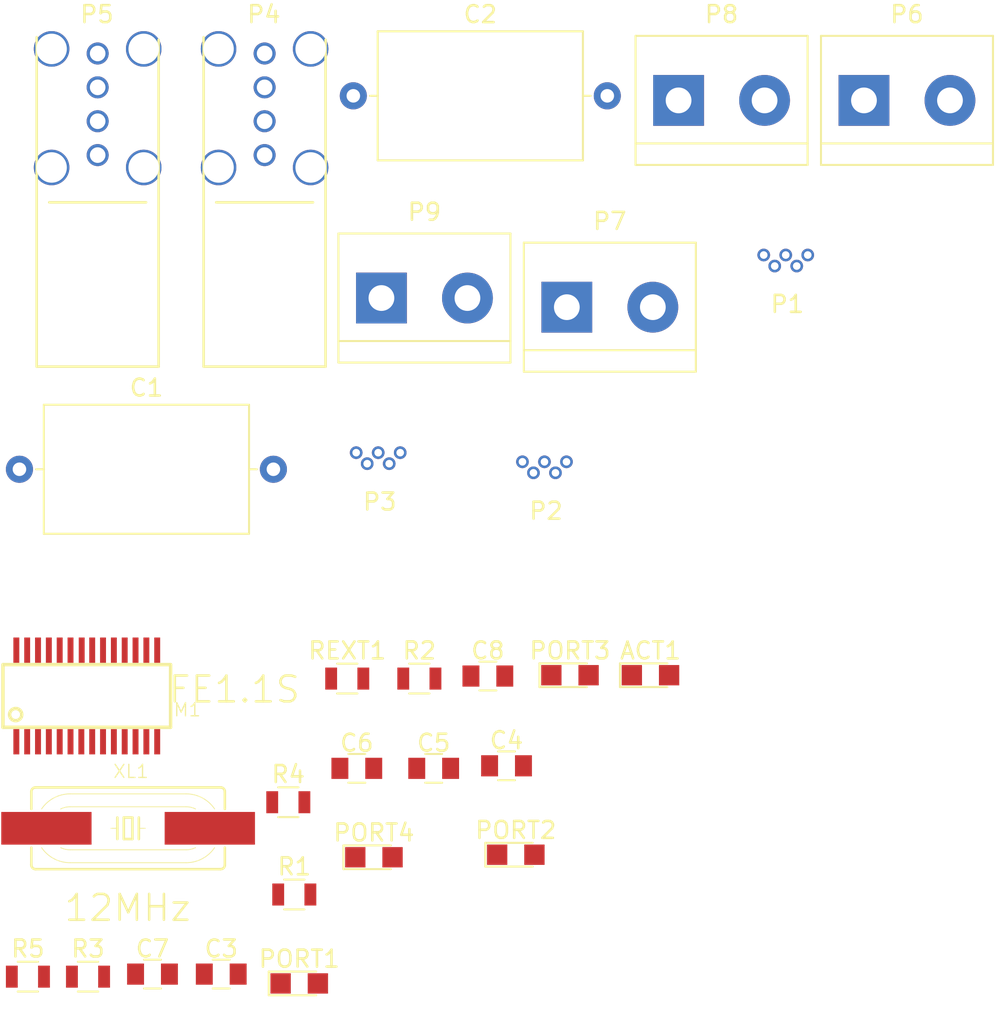
<source format=kicad_pcb>
(kicad_pcb (version 4) (host pcbnew 4.0.4-stable)

  (general
    (links 48)
    (no_connects 48)
    (area 0 0 0 0)
    (thickness 1.6)
    (drawings 0)
    (tracks 0)
    (zones 0)
    (modules 30)
    (nets 17)
  )

  (page A4)
  (layers
    (0 F.Cu signal)
    (31 B.Cu signal)
    (32 B.Adhes user)
    (33 F.Adhes user)
    (34 B.Paste user)
    (35 F.Paste user)
    (36 B.SilkS user)
    (37 F.SilkS user)
    (38 B.Mask user)
    (39 F.Mask user)
    (40 Dwgs.User user)
    (41 Cmts.User user)
    (42 Eco1.User user)
    (43 Eco2.User user)
    (44 Edge.Cuts user)
    (45 Margin user)
    (46 B.CrtYd user)
    (47 F.CrtYd user)
    (48 B.Fab user)
    (49 F.Fab user)
  )

  (setup
    (last_trace_width 0.25)
    (trace_clearance 0.2)
    (zone_clearance 0.508)
    (zone_45_only no)
    (trace_min 0.2)
    (segment_width 0.2)
    (edge_width 0.15)
    (via_size 0.6)
    (via_drill 0.4)
    (via_min_size 0.4)
    (via_min_drill 0.3)
    (uvia_size 0.3)
    (uvia_drill 0.1)
    (uvias_allowed no)
    (uvia_min_size 0.2)
    (uvia_min_drill 0.1)
    (pcb_text_width 0.3)
    (pcb_text_size 1.5 1.5)
    (mod_edge_width 0.15)
    (mod_text_size 1 1)
    (mod_text_width 0.15)
    (pad_size 1.524 1.524)
    (pad_drill 0.762)
    (pad_to_mask_clearance 0.2)
    (aux_axis_origin 0 0)
    (visible_elements FFFFFF7F)
    (pcbplotparams
      (layerselection 0x00030_80000001)
      (usegerberextensions false)
      (excludeedgelayer true)
      (linewidth 0.100000)
      (plotframeref false)
      (viasonmask false)
      (mode 1)
      (useauxorigin false)
      (hpglpennumber 1)
      (hpglpenspeed 20)
      (hpglpendiameter 15)
      (hpglpenoverlay 2)
      (psnegative false)
      (psa4output false)
      (plotreference true)
      (plotvalue true)
      (plotinvisibletext false)
      (padsonsilk false)
      (subtractmaskfromsilk false)
      (outputformat 1)
      (mirror false)
      (drillshape 1)
      (scaleselection 1)
      (outputdirectory ""))
  )

  (net 0 "")
  (net 1 "Net-(ACT1-Pad2)")
  (net 2 "Net-(ACT1-Pad1)")
  (net 3 +24V)
  (net 4 GND)
  (net 5 "Net-(C3-Pad1)")
  (net 6 GNDD)
  (net 7 +5V)
  (net 8 VDD)
  (net 9 "Net-(M1-Pad23)")
  (net 10 "Net-(M1-Pad24)")
  (net 11 "Net-(M1-Pad18)")
  (net 12 "Net-(M1-Pad3)")
  (net 13 "Net-(M1-Pad2)")
  (net 14 "Net-(M1-Pad14)")
  (net 15 "Net-(PORT1-Pad1)")
  (net 16 "Net-(PORT3-Pad1)")

  (net_class Default "This is the default net class."
    (clearance 0.2)
    (trace_width 0.25)
    (via_dia 0.6)
    (via_drill 0.4)
    (uvia_dia 0.3)
    (uvia_drill 0.1)
    (add_net +24V)
    (add_net +5V)
    (add_net GND)
    (add_net GNDD)
    (add_net "Net-(ACT1-Pad1)")
    (add_net "Net-(ACT1-Pad2)")
    (add_net "Net-(C3-Pad1)")
    (add_net "Net-(M1-Pad14)")
    (add_net "Net-(M1-Pad18)")
    (add_net "Net-(M1-Pad2)")
    (add_net "Net-(M1-Pad23)")
    (add_net "Net-(M1-Pad24)")
    (add_net "Net-(M1-Pad3)")
    (add_net "Net-(PORT1-Pad1)")
    (add_net "Net-(PORT3-Pad1)")
    (add_net VDD)
  )

  (module LEDs:LED_0805 (layer F.Cu) (tedit 57FE93EC) (tstamp 5907DA1D)
    (at 170.045001 118.245)
    (descr "LED 0805 smd package")
    (tags "LED led 0805 SMD smd SMT smt smdled SMDLED smtled SMTLED")
    (path /590D547A/57E6C5AF)
    (attr smd)
    (fp_text reference ACT1 (at 0 -1.45) (layer F.SilkS)
      (effects (font (size 1 1) (thickness 0.15)))
    )
    (fp_text value ~ (at 0 1.55) (layer F.Fab)
      (effects (font (size 1 1) (thickness 0.15)))
    )
    (fp_line (start -1.8 -0.7) (end -1.8 0.7) (layer F.SilkS) (width 0.12))
    (fp_line (start -0.4 -0.4) (end -0.4 0.4) (layer F.Fab) (width 0.1))
    (fp_line (start -0.4 0) (end 0.2 -0.4) (layer F.Fab) (width 0.1))
    (fp_line (start 0.2 0.4) (end -0.4 0) (layer F.Fab) (width 0.1))
    (fp_line (start 0.2 -0.4) (end 0.2 0.4) (layer F.Fab) (width 0.1))
    (fp_line (start 1 0.6) (end -1 0.6) (layer F.Fab) (width 0.1))
    (fp_line (start 1 -0.6) (end 1 0.6) (layer F.Fab) (width 0.1))
    (fp_line (start -1 -0.6) (end 1 -0.6) (layer F.Fab) (width 0.1))
    (fp_line (start -1 0.6) (end -1 -0.6) (layer F.Fab) (width 0.1))
    (fp_line (start -1.8 0.7) (end 1 0.7) (layer F.SilkS) (width 0.12))
    (fp_line (start -1.8 -0.7) (end 1 -0.7) (layer F.SilkS) (width 0.12))
    (fp_line (start 1.95 -0.85) (end 1.95 0.85) (layer F.CrtYd) (width 0.05))
    (fp_line (start 1.95 0.85) (end -1.95 0.85) (layer F.CrtYd) (width 0.05))
    (fp_line (start -1.95 0.85) (end -1.95 -0.85) (layer F.CrtYd) (width 0.05))
    (fp_line (start -1.95 -0.85) (end 1.95 -0.85) (layer F.CrtYd) (width 0.05))
    (pad 2 smd rect (at 1.1 0 180) (size 1.2 1.2) (layers F.Cu F.Paste F.Mask)
      (net 1 "Net-(ACT1-Pad2)"))
    (pad 1 smd rect (at -1.1 0 180) (size 1.2 1.2) (layers F.Cu F.Paste F.Mask)
      (net 2 "Net-(ACT1-Pad1)"))
    (model LEDs.3dshapes/LED_0805.wrl
      (at (xyz 0 0 0))
      (scale (xyz 1 1 1))
      (rotate (xyz 0 0 180))
    )
  )

  (module Capacitors_ThroughHole:C_Axial_L12.0mm_D7.5mm_P15.00mm_Horizontal (layer F.Cu) (tedit 58765D06) (tstamp 5907DA23)
    (at 132.775001 106.085)
    (descr "C, Axial series, Axial, Horizontal, pin pitch=15mm, , length*diameter=12*7.5mm^2, http://cdn-reichelt.de/documents/datenblatt/B300/STYROFLEX.pdf")
    (tags "C Axial series Axial Horizontal pin pitch 15mm  length 12mm diameter 7.5mm")
    (path /590E6D3F)
    (fp_text reference C1 (at 7.5 -4.81) (layer F.SilkS)
      (effects (font (size 1 1) (thickness 0.15)))
    )
    (fp_text value 2000u (at 7.5 4.81) (layer F.Fab)
      (effects (font (size 1 1) (thickness 0.15)))
    )
    (fp_line (start 1.5 -3.75) (end 1.5 3.75) (layer F.Fab) (width 0.1))
    (fp_line (start 1.5 3.75) (end 13.5 3.75) (layer F.Fab) (width 0.1))
    (fp_line (start 13.5 3.75) (end 13.5 -3.75) (layer F.Fab) (width 0.1))
    (fp_line (start 13.5 -3.75) (end 1.5 -3.75) (layer F.Fab) (width 0.1))
    (fp_line (start 0 0) (end 1.5 0) (layer F.Fab) (width 0.1))
    (fp_line (start 15 0) (end 13.5 0) (layer F.Fab) (width 0.1))
    (fp_line (start 1.44 -3.81) (end 1.44 3.81) (layer F.SilkS) (width 0.12))
    (fp_line (start 1.44 3.81) (end 13.56 3.81) (layer F.SilkS) (width 0.12))
    (fp_line (start 13.56 3.81) (end 13.56 -3.81) (layer F.SilkS) (width 0.12))
    (fp_line (start 13.56 -3.81) (end 1.44 -3.81) (layer F.SilkS) (width 0.12))
    (fp_line (start 0.98 0) (end 1.44 0) (layer F.SilkS) (width 0.12))
    (fp_line (start 14.02 0) (end 13.56 0) (layer F.SilkS) (width 0.12))
    (fp_line (start -1.05 -4.1) (end -1.05 4.1) (layer F.CrtYd) (width 0.05))
    (fp_line (start -1.05 4.1) (end 16.05 4.1) (layer F.CrtYd) (width 0.05))
    (fp_line (start 16.05 4.1) (end 16.05 -4.1) (layer F.CrtYd) (width 0.05))
    (fp_line (start 16.05 -4.1) (end -1.05 -4.1) (layer F.CrtYd) (width 0.05))
    (pad 1 thru_hole circle (at 0 0) (size 1.6 1.6) (drill 0.8) (layers *.Cu *.Mask)
      (net 3 +24V))
    (pad 2 thru_hole oval (at 15 0) (size 1.6 1.6) (drill 0.8) (layers *.Cu *.Mask)
      (net 4 GND))
    (model Capacitors_THT.3dshapes/C_Axial_L12.0mm_D7.5mm_P15.00mm_Horizontal.wrl
      (at (xyz 0 0 0))
      (scale (xyz 0.393701 0.393701 0.393701))
      (rotate (xyz 0 0 0))
    )
  )

  (module Capacitors_ThroughHole:C_Axial_L12.0mm_D7.5mm_P15.00mm_Horizontal (layer F.Cu) (tedit 58765D06) (tstamp 5907DA29)
    (at 152.495001 84.035)
    (descr "C, Axial series, Axial, Horizontal, pin pitch=15mm, , length*diameter=12*7.5mm^2, http://cdn-reichelt.de/documents/datenblatt/B300/STYROFLEX.pdf")
    (tags "C Axial series Axial Horizontal pin pitch 15mm  length 12mm diameter 7.5mm")
    (path /590E6DD4)
    (fp_text reference C2 (at 7.5 -4.81) (layer F.SilkS)
      (effects (font (size 1 1) (thickness 0.15)))
    )
    (fp_text value 2000u (at 7.5 4.81) (layer F.Fab)
      (effects (font (size 1 1) (thickness 0.15)))
    )
    (fp_line (start 1.5 -3.75) (end 1.5 3.75) (layer F.Fab) (width 0.1))
    (fp_line (start 1.5 3.75) (end 13.5 3.75) (layer F.Fab) (width 0.1))
    (fp_line (start 13.5 3.75) (end 13.5 -3.75) (layer F.Fab) (width 0.1))
    (fp_line (start 13.5 -3.75) (end 1.5 -3.75) (layer F.Fab) (width 0.1))
    (fp_line (start 0 0) (end 1.5 0) (layer F.Fab) (width 0.1))
    (fp_line (start 15 0) (end 13.5 0) (layer F.Fab) (width 0.1))
    (fp_line (start 1.44 -3.81) (end 1.44 3.81) (layer F.SilkS) (width 0.12))
    (fp_line (start 1.44 3.81) (end 13.56 3.81) (layer F.SilkS) (width 0.12))
    (fp_line (start 13.56 3.81) (end 13.56 -3.81) (layer F.SilkS) (width 0.12))
    (fp_line (start 13.56 -3.81) (end 1.44 -3.81) (layer F.SilkS) (width 0.12))
    (fp_line (start 0.98 0) (end 1.44 0) (layer F.SilkS) (width 0.12))
    (fp_line (start 14.02 0) (end 13.56 0) (layer F.SilkS) (width 0.12))
    (fp_line (start -1.05 -4.1) (end -1.05 4.1) (layer F.CrtYd) (width 0.05))
    (fp_line (start -1.05 4.1) (end 16.05 4.1) (layer F.CrtYd) (width 0.05))
    (fp_line (start 16.05 4.1) (end 16.05 -4.1) (layer F.CrtYd) (width 0.05))
    (fp_line (start 16.05 -4.1) (end -1.05 -4.1) (layer F.CrtYd) (width 0.05))
    (pad 1 thru_hole circle (at 0 0) (size 1.6 1.6) (drill 0.8) (layers *.Cu *.Mask)
      (net 3 +24V))
    (pad 2 thru_hole oval (at 15 0) (size 1.6 1.6) (drill 0.8) (layers *.Cu *.Mask)
      (net 4 GND))
    (model Capacitors_THT.3dshapes/C_Axial_L12.0mm_D7.5mm_P15.00mm_Horizontal.wrl
      (at (xyz 0 0 0))
      (scale (xyz 0.393701 0.393701 0.393701))
      (rotate (xyz 0 0 0))
    )
  )

  (module Capacitors_SMD:C_0805 (layer F.Cu) (tedit 58AA8463) (tstamp 5907DA2F)
    (at 144.693333 135.895)
    (descr "Capacitor SMD 0805, reflow soldering, AVX (see smccp.pdf)")
    (tags "capacitor 0805")
    (path /590D547A/57E6C8CF)
    (attr smd)
    (fp_text reference C3 (at 0 -1.5) (layer F.SilkS)
      (effects (font (size 1 1) (thickness 0.15)))
    )
    (fp_text value 10uF (at 0 1.75) (layer F.Fab)
      (effects (font (size 1 1) (thickness 0.15)))
    )
    (fp_text user %R (at 0 -1.5) (layer F.Fab)
      (effects (font (size 1 1) (thickness 0.15)))
    )
    (fp_line (start -1 0.62) (end -1 -0.62) (layer F.Fab) (width 0.1))
    (fp_line (start 1 0.62) (end -1 0.62) (layer F.Fab) (width 0.1))
    (fp_line (start 1 -0.62) (end 1 0.62) (layer F.Fab) (width 0.1))
    (fp_line (start -1 -0.62) (end 1 -0.62) (layer F.Fab) (width 0.1))
    (fp_line (start 0.5 -0.85) (end -0.5 -0.85) (layer F.SilkS) (width 0.12))
    (fp_line (start -0.5 0.85) (end 0.5 0.85) (layer F.SilkS) (width 0.12))
    (fp_line (start -1.75 -0.88) (end 1.75 -0.88) (layer F.CrtYd) (width 0.05))
    (fp_line (start -1.75 -0.88) (end -1.75 0.87) (layer F.CrtYd) (width 0.05))
    (fp_line (start 1.75 0.87) (end 1.75 -0.88) (layer F.CrtYd) (width 0.05))
    (fp_line (start 1.75 0.87) (end -1.75 0.87) (layer F.CrtYd) (width 0.05))
    (pad 1 smd rect (at -1 0) (size 1 1.25) (layers F.Cu F.Paste F.Mask)
      (net 5 "Net-(C3-Pad1)"))
    (pad 2 smd rect (at 1 0) (size 1 1.25) (layers F.Cu F.Paste F.Mask)
      (net 6 GNDD))
    (model Capacitors_SMD.3dshapes/C_0805.wrl
      (at (xyz 0 0 0))
      (scale (xyz 1 1 1))
      (rotate (xyz 0 0 0))
    )
  )

  (module Capacitors_SMD:C_0805 (layer F.Cu) (tedit 58AA8463) (tstamp 5907DA35)
    (at 161.543333 123.595)
    (descr "Capacitor SMD 0805, reflow soldering, AVX (see smccp.pdf)")
    (tags "capacitor 0805")
    (path /590D547A/57E6C997)
    (attr smd)
    (fp_text reference C4 (at 0 -1.5) (layer F.SilkS)
      (effects (font (size 1 1) (thickness 0.15)))
    )
    (fp_text value 10uF (at 0 1.75) (layer F.Fab)
      (effects (font (size 1 1) (thickness 0.15)))
    )
    (fp_text user %R (at 0 -1.5) (layer F.Fab)
      (effects (font (size 1 1) (thickness 0.15)))
    )
    (fp_line (start -1 0.62) (end -1 -0.62) (layer F.Fab) (width 0.1))
    (fp_line (start 1 0.62) (end -1 0.62) (layer F.Fab) (width 0.1))
    (fp_line (start 1 -0.62) (end 1 0.62) (layer F.Fab) (width 0.1))
    (fp_line (start -1 -0.62) (end 1 -0.62) (layer F.Fab) (width 0.1))
    (fp_line (start 0.5 -0.85) (end -0.5 -0.85) (layer F.SilkS) (width 0.12))
    (fp_line (start -0.5 0.85) (end 0.5 0.85) (layer F.SilkS) (width 0.12))
    (fp_line (start -1.75 -0.88) (end 1.75 -0.88) (layer F.CrtYd) (width 0.05))
    (fp_line (start -1.75 -0.88) (end -1.75 0.87) (layer F.CrtYd) (width 0.05))
    (fp_line (start 1.75 0.87) (end 1.75 -0.88) (layer F.CrtYd) (width 0.05))
    (fp_line (start 1.75 0.87) (end -1.75 0.87) (layer F.CrtYd) (width 0.05))
    (pad 1 smd rect (at -1 0) (size 1 1.25) (layers F.Cu F.Paste F.Mask)
      (net 7 +5V))
    (pad 2 smd rect (at 1 0) (size 1 1.25) (layers F.Cu F.Paste F.Mask)
      (net 6 GNDD))
    (model Capacitors_SMD.3dshapes/C_0805.wrl
      (at (xyz 0 0 0))
      (scale (xyz 1 1 1))
      (rotate (xyz 0 0 0))
    )
  )

  (module Capacitors_SMD:C_0805 (layer F.Cu) (tedit 58AA8463) (tstamp 5907DA3B)
    (at 157.241428 123.745)
    (descr "Capacitor SMD 0805, reflow soldering, AVX (see smccp.pdf)")
    (tags "capacitor 0805")
    (path /590D547A/57E6CA5F)
    (attr smd)
    (fp_text reference C5 (at 0 -1.5) (layer F.SilkS)
      (effects (font (size 1 1) (thickness 0.15)))
    )
    (fp_text value 0.1uF (at 0 1.75) (layer F.Fab)
      (effects (font (size 1 1) (thickness 0.15)))
    )
    (fp_text user %R (at 0 -1.5) (layer F.Fab)
      (effects (font (size 1 1) (thickness 0.15)))
    )
    (fp_line (start -1 0.62) (end -1 -0.62) (layer F.Fab) (width 0.1))
    (fp_line (start 1 0.62) (end -1 0.62) (layer F.Fab) (width 0.1))
    (fp_line (start 1 -0.62) (end 1 0.62) (layer F.Fab) (width 0.1))
    (fp_line (start -1 -0.62) (end 1 -0.62) (layer F.Fab) (width 0.1))
    (fp_line (start 0.5 -0.85) (end -0.5 -0.85) (layer F.SilkS) (width 0.12))
    (fp_line (start -0.5 0.85) (end 0.5 0.85) (layer F.SilkS) (width 0.12))
    (fp_line (start -1.75 -0.88) (end 1.75 -0.88) (layer F.CrtYd) (width 0.05))
    (fp_line (start -1.75 -0.88) (end -1.75 0.87) (layer F.CrtYd) (width 0.05))
    (fp_line (start 1.75 0.87) (end 1.75 -0.88) (layer F.CrtYd) (width 0.05))
    (fp_line (start 1.75 0.87) (end -1.75 0.87) (layer F.CrtYd) (width 0.05))
    (pad 1 smd rect (at -1 0) (size 1 1.25) (layers F.Cu F.Paste F.Mask)
      (net 7 +5V))
    (pad 2 smd rect (at 1 0) (size 1 1.25) (layers F.Cu F.Paste F.Mask)
      (net 6 GNDD))
    (model Capacitors_SMD.3dshapes/C_0805.wrl
      (at (xyz 0 0 0))
      (scale (xyz 1 1 1))
      (rotate (xyz 0 0 0))
    )
  )

  (module Capacitors_SMD:C_0805 (layer F.Cu) (tedit 58AA8463) (tstamp 5907DA41)
    (at 152.701428 123.745)
    (descr "Capacitor SMD 0805, reflow soldering, AVX (see smccp.pdf)")
    (tags "capacitor 0805")
    (path /590D547A/57E6C807)
    (attr smd)
    (fp_text reference C6 (at 0 -1.5) (layer F.SilkS)
      (effects (font (size 1 1) (thickness 0.15)))
    )
    (fp_text value 0.1uF (at 0 1.75) (layer F.Fab)
      (effects (font (size 1 1) (thickness 0.15)))
    )
    (fp_text user %R (at 0 -1.5) (layer F.Fab)
      (effects (font (size 1 1) (thickness 0.15)))
    )
    (fp_line (start -1 0.62) (end -1 -0.62) (layer F.Fab) (width 0.1))
    (fp_line (start 1 0.62) (end -1 0.62) (layer F.Fab) (width 0.1))
    (fp_line (start 1 -0.62) (end 1 0.62) (layer F.Fab) (width 0.1))
    (fp_line (start -1 -0.62) (end 1 -0.62) (layer F.Fab) (width 0.1))
    (fp_line (start 0.5 -0.85) (end -0.5 -0.85) (layer F.SilkS) (width 0.12))
    (fp_line (start -0.5 0.85) (end 0.5 0.85) (layer F.SilkS) (width 0.12))
    (fp_line (start -1.75 -0.88) (end 1.75 -0.88) (layer F.CrtYd) (width 0.05))
    (fp_line (start -1.75 -0.88) (end -1.75 0.87) (layer F.CrtYd) (width 0.05))
    (fp_line (start 1.75 0.87) (end 1.75 -0.88) (layer F.CrtYd) (width 0.05))
    (fp_line (start 1.75 0.87) (end -1.75 0.87) (layer F.CrtYd) (width 0.05))
    (pad 1 smd rect (at -1 0) (size 1 1.25) (layers F.Cu F.Paste F.Mask)
      (net 5 "Net-(C3-Pad1)"))
    (pad 2 smd rect (at 1 0) (size 1 1.25) (layers F.Cu F.Paste F.Mask)
      (net 6 GNDD))
    (model Capacitors_SMD.3dshapes/C_0805.wrl
      (at (xyz 0 0 0))
      (scale (xyz 1 1 1))
      (rotate (xyz 0 0 0))
    )
  )

  (module Capacitors_SMD:C_0805 (layer F.Cu) (tedit 58AA8463) (tstamp 5907DA47)
    (at 140.633333 135.895)
    (descr "Capacitor SMD 0805, reflow soldering, AVX (see smccp.pdf)")
    (tags "capacitor 0805")
    (path /590D547A/57E6C73F)
    (attr smd)
    (fp_text reference C7 (at 0 -1.5) (layer F.SilkS)
      (effects (font (size 1 1) (thickness 0.15)))
    )
    (fp_text value 10uF (at 0 1.75) (layer F.Fab)
      (effects (font (size 1 1) (thickness 0.15)))
    )
    (fp_text user %R (at 0 -1.5) (layer F.Fab)
      (effects (font (size 1 1) (thickness 0.15)))
    )
    (fp_line (start -1 0.62) (end -1 -0.62) (layer F.Fab) (width 0.1))
    (fp_line (start 1 0.62) (end -1 0.62) (layer F.Fab) (width 0.1))
    (fp_line (start 1 -0.62) (end 1 0.62) (layer F.Fab) (width 0.1))
    (fp_line (start -1 -0.62) (end 1 -0.62) (layer F.Fab) (width 0.1))
    (fp_line (start 0.5 -0.85) (end -0.5 -0.85) (layer F.SilkS) (width 0.12))
    (fp_line (start -0.5 0.85) (end 0.5 0.85) (layer F.SilkS) (width 0.12))
    (fp_line (start -1.75 -0.88) (end 1.75 -0.88) (layer F.CrtYd) (width 0.05))
    (fp_line (start -1.75 -0.88) (end -1.75 0.87) (layer F.CrtYd) (width 0.05))
    (fp_line (start 1.75 0.87) (end 1.75 -0.88) (layer F.CrtYd) (width 0.05))
    (fp_line (start 1.75 0.87) (end -1.75 0.87) (layer F.CrtYd) (width 0.05))
    (pad 1 smd rect (at -1 0) (size 1 1.25) (layers F.Cu F.Paste F.Mask)
      (net 8 VDD))
    (pad 2 smd rect (at 1 0) (size 1 1.25) (layers F.Cu F.Paste F.Mask)
      (net 6 GNDD))
    (model Capacitors_SMD.3dshapes/C_0805.wrl
      (at (xyz 0 0 0))
      (scale (xyz 1 1 1))
      (rotate (xyz 0 0 0))
    )
  )

  (module Capacitors_SMD:C_0805 (layer F.Cu) (tedit 58AA8463) (tstamp 5907DA4D)
    (at 160.441428 118.295)
    (descr "Capacitor SMD 0805, reflow soldering, AVX (see smccp.pdf)")
    (tags "capacitor 0805")
    (path /590D547A/57E6C677)
    (attr smd)
    (fp_text reference C8 (at 0 -1.5) (layer F.SilkS)
      (effects (font (size 1 1) (thickness 0.15)))
    )
    (fp_text value 0.1uF (at 0 1.75) (layer F.Fab)
      (effects (font (size 1 1) (thickness 0.15)))
    )
    (fp_text user %R (at 0 -1.5) (layer F.Fab)
      (effects (font (size 1 1) (thickness 0.15)))
    )
    (fp_line (start -1 0.62) (end -1 -0.62) (layer F.Fab) (width 0.1))
    (fp_line (start 1 0.62) (end -1 0.62) (layer F.Fab) (width 0.1))
    (fp_line (start 1 -0.62) (end 1 0.62) (layer F.Fab) (width 0.1))
    (fp_line (start -1 -0.62) (end 1 -0.62) (layer F.Fab) (width 0.1))
    (fp_line (start 0.5 -0.85) (end -0.5 -0.85) (layer F.SilkS) (width 0.12))
    (fp_line (start -0.5 0.85) (end 0.5 0.85) (layer F.SilkS) (width 0.12))
    (fp_line (start -1.75 -0.88) (end 1.75 -0.88) (layer F.CrtYd) (width 0.05))
    (fp_line (start -1.75 -0.88) (end -1.75 0.87) (layer F.CrtYd) (width 0.05))
    (fp_line (start 1.75 0.87) (end 1.75 -0.88) (layer F.CrtYd) (width 0.05))
    (fp_line (start 1.75 0.87) (end -1.75 0.87) (layer F.CrtYd) (width 0.05))
    (pad 1 smd rect (at -1 0) (size 1 1.25) (layers F.Cu F.Paste F.Mask)
      (net 8 VDD))
    (pad 2 smd rect (at 1 0) (size 1 1.25) (layers F.Cu F.Paste F.Mask)
      (net 6 GNDD))
    (model Capacitors_SMD.3dshapes/C_0805.wrl
      (at (xyz 0 0 0))
      (scale (xyz 1 1 1))
      (rotate (xyz 0 0 0))
    )
  )

  (module USST-footprints:FE1.1S_SSOP-28 (layer F.Cu) (tedit 5862D080) (tstamp 5907DA6D)
    (at 136.751601 119.47)
    (path /590D547A/5862FDC9)
    (fp_text reference M1 (at 5.08 1.27 180) (layer F.SilkS)
      (effects (font (size 0.77216 0.77216) (thickness 0.077216)) (justify left bottom))
    )
    (fp_text value FE1.1S (at 12.7 -1.27 180) (layer F.SilkS)
      (effects (font (thickness 0.15)) (justify right top))
    )
    (fp_line (start -4.93 -1.85) (end 4.95 -1.85) (layer F.SilkS) (width 0.2032))
    (fp_line (start -4.95 -1.85) (end -4.95 1.85) (layer F.SilkS) (width 0.2032))
    (fp_line (start -4.95 1.85) (end 4.95 1.85) (layer F.SilkS) (width 0.2032))
    (fp_line (start 4.95 1.85) (end 4.95 -1.85) (layer F.SilkS) (width 0.2032))
    (fp_circle (center -4.2 1.1) (end -3.839447 1.1) (layer F.SilkS) (width 0.2032))
    (fp_text user FE1.1s (at 0 0) (layer Dwgs.User)
      (effects (font (size 1.2065 1.2065) (thickness 0.127)))
    )
    (pad 21 smd rect (at 0.32 -2.7) (size 0.35 1.5) (layers F.Cu F.Paste F.Mask)
      (net 8 VDD))
    (pad 8 smd rect (at 0.32 2.7) (size 0.35 1.5) (layers F.Cu F.Paste F.Mask))
    (pad 22 smd rect (at -0.3 -2.7) (size 0.35 1.5) (layers F.Cu F.Paste F.Mask)
      (net 1 "Net-(ACT1-Pad2)"))
    (pad 7 smd rect (at -0.32 2.7) (size 0.35 1.5) (layers F.Cu F.Paste F.Mask))
    (pad 9 smd rect (at 0.96 2.7) (size 0.35 1.5) (layers F.Cu F.Paste F.Mask))
    (pad 20 smd rect (at 0.96 -2.7) (size 0.35 1.5) (layers F.Cu F.Paste F.Mask)
      (net 7 +5V))
    (pad 19 smd rect (at 1.6 -2.7) (size 0.35 1.5) (layers F.Cu F.Paste F.Mask)
      (net 8 VDD))
    (pad 10 smd rect (at 1.6 2.7) (size 0.35 1.5) (layers F.Cu F.Paste F.Mask))
    (pad 6 smd rect (at -0.96 2.7) (size 0.35 1.5) (layers F.Cu F.Paste F.Mask))
    (pad 5 smd rect (at -1.6 2.7) (size 0.35 1.5) (layers F.Cu F.Paste F.Mask))
    (pad 23 smd rect (at -0.96 -2.7) (size 0.35 1.5) (layers F.Cu F.Paste F.Mask)
      (net 9 "Net-(M1-Pad23)"))
    (pad 24 smd rect (at -1.6 -2.7) (size 0.35 1.5) (layers F.Cu F.Paste F.Mask)
      (net 10 "Net-(M1-Pad24)"))
    (pad 18 smd rect (at 2.24 -2.7) (size 0.35 1.5) (layers F.Cu F.Paste F.Mask)
      (net 11 "Net-(M1-Pad18)"))
    (pad 25 smd rect (at -2.24 -2.7) (size 0.35 1.5) (layers F.Cu F.Paste F.Mask))
    (pad 4 smd rect (at -2.24 2.7) (size 0.35 1.5) (layers F.Cu F.Paste F.Mask))
    (pad 11 smd rect (at 2.24 2.7) (size 0.35 1.5) (layers F.Cu F.Paste F.Mask))
    (pad 17 smd rect (at 2.88 -2.7) (size 0.35 1.5) (layers F.Cu F.Paste F.Mask)
      (net 8 VDD))
    (pad 12 smd rect (at 2.88 2.7) (size 0.35 1.5) (layers F.Cu F.Paste F.Mask)
      (net 5 "Net-(C3-Pad1)"))
    (pad 3 smd rect (at -2.88 2.7) (size 0.35 1.5) (layers F.Cu F.Paste F.Mask)
      (net 12 "Net-(M1-Pad3)"))
    (pad 26 smd rect (at -2.88 -2.7) (size 0.35 1.5) (layers F.Cu F.Paste F.Mask)
      (net 8 VDD))
    (pad 27 smd rect (at -3.52 -2.7) (size 0.35 1.5) (layers F.Cu F.Paste F.Mask))
    (pad 2 smd rect (at -3.52 2.7) (size 0.35 1.5) (layers F.Cu F.Paste F.Mask)
      (net 13 "Net-(M1-Pad2)"))
    (pad 13 smd rect (at 3.52 2.7) (size 0.35 1.5) (layers F.Cu F.Paste F.Mask)
      (net 8 VDD))
    (pad 16 smd rect (at 3.52 -2.7) (size 0.35 1.5) (layers F.Cu F.Paste F.Mask))
    (pad 15 smd rect (at 4.16 -2.7) (size 0.35 1.5) (layers F.Cu F.Paste F.Mask))
    (pad 14 smd rect (at 4.16 2.7) (size 0.35 1.5) (layers F.Cu F.Paste F.Mask)
      (net 14 "Net-(M1-Pad14)"))
    (pad 1 smd rect (at -4.16 2.7) (size 0.35 1.5) (layers F.Cu F.Paste F.Mask)
      (net 6 GNDD))
    (pad 28 smd rect (at -4.16 -2.7) (size 0.35 1.5) (layers F.Cu F.Paste F.Mask)
      (net 5 "Net-(C3-Pad1)"))
  )

  (module USST-footprints:USB3150_Micro_Vertical (layer F.Cu) (tedit 5907D8E1) (tstamp 5907DA82)
    (at 178.034286 93.435)
    (path /590EEC91)
    (fp_text reference P1 (at 0.095 2.9) (layer F.SilkS)
      (effects (font (size 1 1) (thickness 0.15)))
    )
    (fp_text value USB_OTG_M1 (at 0 -2) (layer F.Fab)
      (effects (font (size 1 1) (thickness 0.15)))
    )
    (fp_line (start -3.605 1.8) (end -3.605 -1.1) (layer F.Fab) (width 0.15))
    (fp_line (start 3.595 1.8) (end -3.605 1.8) (layer F.Fab) (width 0.15))
    (fp_line (start 3.595 -1.1) (end 3.595 1.8) (layer F.Fab) (width 0.15))
    (fp_line (start -3.605 -1.1) (end 3.595 -1.1) (layer F.Fab) (width 0.15))
    (pad D+ thru_hole circle (at 0 0) (size 0.75 0.75) (drill 0.45) (layers *.Cu *.Mask))
    (pad D- thru_hole circle (at -0.65 0.65) (size 0.75 0.75) (drill 0.45) (layers *.Cu *.Mask))
    (pad VCC thru_hole circle (at -1.3 0) (size 0.75 0.75) (drill 0.45) (layers *.Cu *.Mask))
    (pad ID thru_hole circle (at 0.65 0.65) (size 0.75 0.75) (drill 0.45) (layers *.Cu *.Mask))
    (pad GND thru_hole circle (at 1.3 0) (size 0.75 0.75) (drill 0.45) (layers *.Cu *.Mask))
    (pad "" np_thru_hole circle (at 2.8 -0.42) (size 0.8 0.8) (drill 0.8) (layers *.Cu *.Mask))
    (pad "" np_thru_hole circle (at -2.8 -0.42) (size 0.8 0.8) (drill 0.8) (layers *.Cu *.Mask))
    (pad "" np_thru_hole circle (at -1.5 1.58) (size 0.55 0.55) (drill 0.55) (layers *.Cu *.Mask))
    (pad "" np_thru_hole circle (at 1.5 1.58) (size 0.55 0.55) (drill 0.55) (layers *.Cu *.Mask))
    (pad "" np_thru_hole circle (at 1.5 -0.92) (size 0.55 0.55) (drill 0.55) (layers *.Cu *.Mask))
    (pad "" np_thru_hole circle (at -1.5 -0.92) (size 0.55 0.55) (drill 0.55) (layers *.Cu *.Mask))
    (pad "" np_thru_hole circle (at -3.325 0.62) (size 0.7 0.7) (drill 0.7) (layers *.Cu *.Mask))
    (pad "" np_thru_hole circle (at 3.325 0.62) (size 0.7 0.7) (drill 0.7) (layers *.Cu *.Mask))
  )

  (module USST-footprints:USB3150_Micro_Vertical (layer F.Cu) (tedit 5907D8E1) (tstamp 5907DA97)
    (at 163.784286 105.645)
    (path /590D907B)
    (fp_text reference P2 (at 0.095 2.9) (layer F.SilkS)
      (effects (font (size 1 1) (thickness 0.15)))
    )
    (fp_text value USB_OTG_M2 (at 0 -2) (layer F.Fab)
      (effects (font (size 1 1) (thickness 0.15)))
    )
    (fp_line (start -3.605 1.8) (end -3.605 -1.1) (layer F.Fab) (width 0.15))
    (fp_line (start 3.595 1.8) (end -3.605 1.8) (layer F.Fab) (width 0.15))
    (fp_line (start 3.595 -1.1) (end 3.595 1.8) (layer F.Fab) (width 0.15))
    (fp_line (start -3.605 -1.1) (end 3.595 -1.1) (layer F.Fab) (width 0.15))
    (pad D+ thru_hole circle (at 0 0) (size 0.75 0.75) (drill 0.45) (layers *.Cu *.Mask))
    (pad D- thru_hole circle (at -0.65 0.65) (size 0.75 0.75) (drill 0.45) (layers *.Cu *.Mask))
    (pad VCC thru_hole circle (at -1.3 0) (size 0.75 0.75) (drill 0.45) (layers *.Cu *.Mask))
    (pad ID thru_hole circle (at 0.65 0.65) (size 0.75 0.75) (drill 0.45) (layers *.Cu *.Mask))
    (pad GND thru_hole circle (at 1.3 0) (size 0.75 0.75) (drill 0.45) (layers *.Cu *.Mask))
    (pad "" np_thru_hole circle (at 2.8 -0.42) (size 0.8 0.8) (drill 0.8) (layers *.Cu *.Mask))
    (pad "" np_thru_hole circle (at -2.8 -0.42) (size 0.8 0.8) (drill 0.8) (layers *.Cu *.Mask))
    (pad "" np_thru_hole circle (at -1.5 1.58) (size 0.55 0.55) (drill 0.55) (layers *.Cu *.Mask))
    (pad "" np_thru_hole circle (at 1.5 1.58) (size 0.55 0.55) (drill 0.55) (layers *.Cu *.Mask))
    (pad "" np_thru_hole circle (at 1.5 -0.92) (size 0.55 0.55) (drill 0.55) (layers *.Cu *.Mask))
    (pad "" np_thru_hole circle (at -1.5 -0.92) (size 0.55 0.55) (drill 0.55) (layers *.Cu *.Mask))
    (pad "" np_thru_hole circle (at -3.325 0.62) (size 0.7 0.7) (drill 0.7) (layers *.Cu *.Mask))
    (pad "" np_thru_hole circle (at 3.325 0.62) (size 0.7 0.7) (drill 0.7) (layers *.Cu *.Mask))
  )

  (module USST-footprints:USB3150_Micro_Vertical (layer F.Cu) (tedit 5907D8E1) (tstamp 5907DAAC)
    (at 153.964286 105.105)
    (path /590D9177)
    (fp_text reference P3 (at 0.095 2.9) (layer F.SilkS)
      (effects (font (size 1 1) (thickness 0.15)))
    )
    (fp_text value USB_OTG_M3 (at 0 -2) (layer F.Fab)
      (effects (font (size 1 1) (thickness 0.15)))
    )
    (fp_line (start -3.605 1.8) (end -3.605 -1.1) (layer F.Fab) (width 0.15))
    (fp_line (start 3.595 1.8) (end -3.605 1.8) (layer F.Fab) (width 0.15))
    (fp_line (start 3.595 -1.1) (end 3.595 1.8) (layer F.Fab) (width 0.15))
    (fp_line (start -3.605 -1.1) (end 3.595 -1.1) (layer F.Fab) (width 0.15))
    (pad D+ thru_hole circle (at 0 0) (size 0.75 0.75) (drill 0.45) (layers *.Cu *.Mask))
    (pad D- thru_hole circle (at -0.65 0.65) (size 0.75 0.75) (drill 0.45) (layers *.Cu *.Mask))
    (pad VCC thru_hole circle (at -1.3 0) (size 0.75 0.75) (drill 0.45) (layers *.Cu *.Mask))
    (pad ID thru_hole circle (at 0.65 0.65) (size 0.75 0.75) (drill 0.45) (layers *.Cu *.Mask))
    (pad GND thru_hole circle (at 1.3 0) (size 0.75 0.75) (drill 0.45) (layers *.Cu *.Mask))
    (pad "" np_thru_hole circle (at 2.8 -0.42) (size 0.8 0.8) (drill 0.8) (layers *.Cu *.Mask))
    (pad "" np_thru_hole circle (at -2.8 -0.42) (size 0.8 0.8) (drill 0.8) (layers *.Cu *.Mask))
    (pad "" np_thru_hole circle (at -1.5 1.58) (size 0.55 0.55) (drill 0.55) (layers *.Cu *.Mask))
    (pad "" np_thru_hole circle (at 1.5 1.58) (size 0.55 0.55) (drill 0.55) (layers *.Cu *.Mask))
    (pad "" np_thru_hole circle (at 1.5 -0.92) (size 0.55 0.55) (drill 0.55) (layers *.Cu *.Mask))
    (pad "" np_thru_hole circle (at -1.5 -0.92) (size 0.55 0.55) (drill 0.55) (layers *.Cu *.Mask))
    (pad "" np_thru_hole circle (at -3.325 0.62) (size 0.7 0.7) (drill 0.7) (layers *.Cu *.Mask))
    (pad "" np_thru_hole circle (at 3.325 0.62) (size 0.7 0.7) (drill 0.7) (layers *.Cu *.Mask))
  )

  (module USST-footprints:USB-A-UPRIGHT (layer F.Cu) (tedit 58EEC82A) (tstamp 5907DAB8)
    (at 147.255 84.535)
    (path /590D7E3A)
    (fp_text reference P4 (at -0.04 -5.31) (layer F.SilkS)
      (effects (font (size 1 1) (thickness 0.15)))
    )
    (fp_text value USB_DS (at -4.92 5.21 90) (layer F.Fab)
      (effects (font (size 1 1) (thickness 0.15)))
    )
    (fp_line (start -3.6 15.49) (end -3.6 -3.96) (layer F.SilkS) (width 0.15))
    (fp_line (start 2.86 5.79) (end -2.86 5.79) (layer F.SilkS) (width 0.15))
    (fp_line (start 3.6 15.49) (end 3.6 -3.81) (layer F.SilkS) (width 0.15))
    (fp_line (start 3.6 15.49) (end -3.6 15.49) (layer F.SilkS) (width 0.15))
    (pad VBUS thru_hole circle (at 0 -3) (size 1.3 1.3) (drill 0.92) (layers *.Cu *.Mask))
    (pad D- thru_hole circle (at 0 -1) (size 1.3 1.3) (drill 0.92) (layers *.Cu *.Mask))
    (pad D+ thru_hole circle (at 0 1) (size 1.3 1.3) (drill 0.92) (layers *.Cu *.Mask))
    (pad GND thru_hole circle (at 0 3) (size 1.3 1.3) (drill 0.92) (layers *.Cu *.Mask))
    (pad GND thru_hole circle (at -2.72 3.73) (size 2.1 2.1) (drill 1.8) (layers *.Cu *.Mask))
    (pad GND thru_hole circle (at -2.72 -3.27) (size 2.1 2.1) (drill 1.8) (layers *.Cu *.Mask))
    (pad GND thru_hole circle (at 2.72 -3.27) (size 2.1 2.1) (drill 1.8) (layers *.Cu *.Mask))
    (pad GND thru_hole circle (at 2.72 3.73) (size 2.1 2.1) (drill 1.8) (layers *.Cu *.Mask))
  )

  (module USST-footprints:USB-A-UPRIGHT (layer F.Cu) (tedit 58EEC82A) (tstamp 5907DAC4)
    (at 137.395 84.535)
    (path /590D8361)
    (fp_text reference P5 (at -0.04 -5.31) (layer F.SilkS)
      (effects (font (size 1 1) (thickness 0.15)))
    )
    (fp_text value USB_OTG_UP (at -4.92 5.21 90) (layer F.Fab)
      (effects (font (size 1 1) (thickness 0.15)))
    )
    (fp_line (start -3.6 15.49) (end -3.6 -3.96) (layer F.SilkS) (width 0.15))
    (fp_line (start 2.86 5.79) (end -2.86 5.79) (layer F.SilkS) (width 0.15))
    (fp_line (start 3.6 15.49) (end 3.6 -3.81) (layer F.SilkS) (width 0.15))
    (fp_line (start 3.6 15.49) (end -3.6 15.49) (layer F.SilkS) (width 0.15))
    (pad VBUS thru_hole circle (at 0 -3) (size 1.3 1.3) (drill 0.92) (layers *.Cu *.Mask))
    (pad D- thru_hole circle (at 0 -1) (size 1.3 1.3) (drill 0.92) (layers *.Cu *.Mask))
    (pad D+ thru_hole circle (at 0 1) (size 1.3 1.3) (drill 0.92) (layers *.Cu *.Mask))
    (pad GND thru_hole circle (at 0 3) (size 1.3 1.3) (drill 0.92) (layers *.Cu *.Mask))
    (pad GND thru_hole circle (at -2.72 3.73) (size 2.1 2.1) (drill 1.8) (layers *.Cu *.Mask))
    (pad GND thru_hole circle (at -2.72 -3.27) (size 2.1 2.1) (drill 1.8) (layers *.Cu *.Mask))
    (pad GND thru_hole circle (at 2.72 -3.27) (size 2.1 2.1) (drill 1.8) (layers *.Cu *.Mask))
    (pad GND thru_hole circle (at 2.72 3.73) (size 2.1 2.1) (drill 1.8) (layers *.Cu *.Mask))
  )

  (module Connect:bornier2 (layer F.Cu) (tedit 587FD522) (tstamp 5907DACA)
    (at 182.655001 84.305)
    (descr "Bornier d'alimentation 2 pins")
    (tags DEV)
    (path /590E0EC7)
    (fp_text reference P6 (at 2.54 -5.08) (layer F.SilkS)
      (effects (font (size 1 1) (thickness 0.15)))
    )
    (fp_text value POWER_IN (at 2.54 5.08) (layer F.Fab)
      (effects (font (size 1 1) (thickness 0.15)))
    )
    (fp_line (start -2.41 2.55) (end 7.49 2.55) (layer F.Fab) (width 0.1))
    (fp_line (start -2.46 -3.75) (end -2.46 3.75) (layer F.Fab) (width 0.1))
    (fp_line (start -2.46 3.75) (end 7.54 3.75) (layer F.Fab) (width 0.1))
    (fp_line (start 7.54 3.75) (end 7.54 -3.75) (layer F.Fab) (width 0.1))
    (fp_line (start 7.54 -3.75) (end -2.46 -3.75) (layer F.Fab) (width 0.1))
    (fp_line (start 7.62 2.54) (end -2.54 2.54) (layer F.SilkS) (width 0.12))
    (fp_line (start 7.62 3.81) (end 7.62 -3.81) (layer F.SilkS) (width 0.12))
    (fp_line (start 7.62 -3.81) (end -2.54 -3.81) (layer F.SilkS) (width 0.12))
    (fp_line (start -2.54 -3.81) (end -2.54 3.81) (layer F.SilkS) (width 0.12))
    (fp_line (start -2.54 3.81) (end 7.62 3.81) (layer F.SilkS) (width 0.12))
    (fp_line (start -2.71 -4) (end 7.79 -4) (layer F.CrtYd) (width 0.05))
    (fp_line (start -2.71 -4) (end -2.71 4) (layer F.CrtYd) (width 0.05))
    (fp_line (start 7.79 4) (end 7.79 -4) (layer F.CrtYd) (width 0.05))
    (fp_line (start 7.79 4) (end -2.71 4) (layer F.CrtYd) (width 0.05))
    (pad 1 thru_hole rect (at 0 0) (size 3 3) (drill 1.52) (layers *.Cu *.Mask)
      (net 3 +24V))
    (pad 2 thru_hole circle (at 5.08 0) (size 3 3) (drill 1.52) (layers *.Cu *.Mask)
      (net 4 GND))
    (model Connectors.3dshapes/bornier2.wrl
      (at (xyz 0 0 0))
      (scale (xyz 1 1 1))
      (rotate (xyz 0 0 0))
    )
  )

  (module Connect:bornier2 (layer F.Cu) (tedit 587FD522) (tstamp 5907DAD0)
    (at 165.105001 96.515)
    (descr "Bornier d'alimentation 2 pins")
    (tags DEV)
    (path /590E149F)
    (fp_text reference P7 (at 2.54 -5.08) (layer F.SilkS)
      (effects (font (size 1 1) (thickness 0.15)))
    )
    (fp_text value M1 (at 2.54 5.08) (layer F.Fab)
      (effects (font (size 1 1) (thickness 0.15)))
    )
    (fp_line (start -2.41 2.55) (end 7.49 2.55) (layer F.Fab) (width 0.1))
    (fp_line (start -2.46 -3.75) (end -2.46 3.75) (layer F.Fab) (width 0.1))
    (fp_line (start -2.46 3.75) (end 7.54 3.75) (layer F.Fab) (width 0.1))
    (fp_line (start 7.54 3.75) (end 7.54 -3.75) (layer F.Fab) (width 0.1))
    (fp_line (start 7.54 -3.75) (end -2.46 -3.75) (layer F.Fab) (width 0.1))
    (fp_line (start 7.62 2.54) (end -2.54 2.54) (layer F.SilkS) (width 0.12))
    (fp_line (start 7.62 3.81) (end 7.62 -3.81) (layer F.SilkS) (width 0.12))
    (fp_line (start 7.62 -3.81) (end -2.54 -3.81) (layer F.SilkS) (width 0.12))
    (fp_line (start -2.54 -3.81) (end -2.54 3.81) (layer F.SilkS) (width 0.12))
    (fp_line (start -2.54 3.81) (end 7.62 3.81) (layer F.SilkS) (width 0.12))
    (fp_line (start -2.71 -4) (end 7.79 -4) (layer F.CrtYd) (width 0.05))
    (fp_line (start -2.71 -4) (end -2.71 4) (layer F.CrtYd) (width 0.05))
    (fp_line (start 7.79 4) (end 7.79 -4) (layer F.CrtYd) (width 0.05))
    (fp_line (start 7.79 4) (end -2.71 4) (layer F.CrtYd) (width 0.05))
    (pad 1 thru_hole rect (at 0 0) (size 3 3) (drill 1.52) (layers *.Cu *.Mask)
      (net 3 +24V))
    (pad 2 thru_hole circle (at 5.08 0) (size 3 3) (drill 1.52) (layers *.Cu *.Mask)
      (net 4 GND))
    (model Connectors.3dshapes/bornier2.wrl
      (at (xyz 0 0 0))
      (scale (xyz 1 1 1))
      (rotate (xyz 0 0 0))
    )
  )

  (module Connect:bornier2 (layer F.Cu) (tedit 587FD522) (tstamp 5907DAD6)
    (at 171.705001 84.305)
    (descr "Bornier d'alimentation 2 pins")
    (tags DEV)
    (path /590E1522)
    (fp_text reference P8 (at 2.54 -5.08) (layer F.SilkS)
      (effects (font (size 1 1) (thickness 0.15)))
    )
    (fp_text value M2 (at 2.54 5.08) (layer F.Fab)
      (effects (font (size 1 1) (thickness 0.15)))
    )
    (fp_line (start -2.41 2.55) (end 7.49 2.55) (layer F.Fab) (width 0.1))
    (fp_line (start -2.46 -3.75) (end -2.46 3.75) (layer F.Fab) (width 0.1))
    (fp_line (start -2.46 3.75) (end 7.54 3.75) (layer F.Fab) (width 0.1))
    (fp_line (start 7.54 3.75) (end 7.54 -3.75) (layer F.Fab) (width 0.1))
    (fp_line (start 7.54 -3.75) (end -2.46 -3.75) (layer F.Fab) (width 0.1))
    (fp_line (start 7.62 2.54) (end -2.54 2.54) (layer F.SilkS) (width 0.12))
    (fp_line (start 7.62 3.81) (end 7.62 -3.81) (layer F.SilkS) (width 0.12))
    (fp_line (start 7.62 -3.81) (end -2.54 -3.81) (layer F.SilkS) (width 0.12))
    (fp_line (start -2.54 -3.81) (end -2.54 3.81) (layer F.SilkS) (width 0.12))
    (fp_line (start -2.54 3.81) (end 7.62 3.81) (layer F.SilkS) (width 0.12))
    (fp_line (start -2.71 -4) (end 7.79 -4) (layer F.CrtYd) (width 0.05))
    (fp_line (start -2.71 -4) (end -2.71 4) (layer F.CrtYd) (width 0.05))
    (fp_line (start 7.79 4) (end 7.79 -4) (layer F.CrtYd) (width 0.05))
    (fp_line (start 7.79 4) (end -2.71 4) (layer F.CrtYd) (width 0.05))
    (pad 1 thru_hole rect (at 0 0) (size 3 3) (drill 1.52) (layers *.Cu *.Mask)
      (net 3 +24V))
    (pad 2 thru_hole circle (at 5.08 0) (size 3 3) (drill 1.52) (layers *.Cu *.Mask)
      (net 4 GND))
    (model Connectors.3dshapes/bornier2.wrl
      (at (xyz 0 0 0))
      (scale (xyz 1 1 1))
      (rotate (xyz 0 0 0))
    )
  )

  (module Connect:bornier2 (layer F.Cu) (tedit 587FD522) (tstamp 5907DADC)
    (at 154.155001 95.975)
    (descr "Bornier d'alimentation 2 pins")
    (tags DEV)
    (path /590E15A2)
    (fp_text reference P9 (at 2.54 -5.08) (layer F.SilkS)
      (effects (font (size 1 1) (thickness 0.15)))
    )
    (fp_text value M3 (at 2.54 5.08) (layer F.Fab)
      (effects (font (size 1 1) (thickness 0.15)))
    )
    (fp_line (start -2.41 2.55) (end 7.49 2.55) (layer F.Fab) (width 0.1))
    (fp_line (start -2.46 -3.75) (end -2.46 3.75) (layer F.Fab) (width 0.1))
    (fp_line (start -2.46 3.75) (end 7.54 3.75) (layer F.Fab) (width 0.1))
    (fp_line (start 7.54 3.75) (end 7.54 -3.75) (layer F.Fab) (width 0.1))
    (fp_line (start 7.54 -3.75) (end -2.46 -3.75) (layer F.Fab) (width 0.1))
    (fp_line (start 7.62 2.54) (end -2.54 2.54) (layer F.SilkS) (width 0.12))
    (fp_line (start 7.62 3.81) (end 7.62 -3.81) (layer F.SilkS) (width 0.12))
    (fp_line (start 7.62 -3.81) (end -2.54 -3.81) (layer F.SilkS) (width 0.12))
    (fp_line (start -2.54 -3.81) (end -2.54 3.81) (layer F.SilkS) (width 0.12))
    (fp_line (start -2.54 3.81) (end 7.62 3.81) (layer F.SilkS) (width 0.12))
    (fp_line (start -2.71 -4) (end 7.79 -4) (layer F.CrtYd) (width 0.05))
    (fp_line (start -2.71 -4) (end -2.71 4) (layer F.CrtYd) (width 0.05))
    (fp_line (start 7.79 4) (end 7.79 -4) (layer F.CrtYd) (width 0.05))
    (fp_line (start 7.79 4) (end -2.71 4) (layer F.CrtYd) (width 0.05))
    (pad 1 thru_hole rect (at 0 0) (size 3 3) (drill 1.52) (layers *.Cu *.Mask)
      (net 3 +24V))
    (pad 2 thru_hole circle (at 5.08 0) (size 3 3) (drill 1.52) (layers *.Cu *.Mask)
      (net 4 GND))
    (model Connectors.3dshapes/bornier2.wrl
      (at (xyz 0 0 0))
      (scale (xyz 1 1 1))
      (rotate (xyz 0 0 0))
    )
  )

  (module LEDs:LED_0805 (layer F.Cu) (tedit 57FE93EC) (tstamp 5907DAE2)
    (at 149.300952 136.445)
    (descr "LED 0805 smd package")
    (tags "LED led 0805 SMD smd SMT smt smdled SMDLED smtled SMTLED")
    (path /590D547A/57E6CFD7)
    (attr smd)
    (fp_text reference PORT1 (at 0 -1.45) (layer F.SilkS)
      (effects (font (size 1 1) (thickness 0.15)))
    )
    (fp_text value ~ (at 0 1.55) (layer F.Fab)
      (effects (font (size 1 1) (thickness 0.15)))
    )
    (fp_line (start -1.8 -0.7) (end -1.8 0.7) (layer F.SilkS) (width 0.12))
    (fp_line (start -0.4 -0.4) (end -0.4 0.4) (layer F.Fab) (width 0.1))
    (fp_line (start -0.4 0) (end 0.2 -0.4) (layer F.Fab) (width 0.1))
    (fp_line (start 0.2 0.4) (end -0.4 0) (layer F.Fab) (width 0.1))
    (fp_line (start 0.2 -0.4) (end 0.2 0.4) (layer F.Fab) (width 0.1))
    (fp_line (start 1 0.6) (end -1 0.6) (layer F.Fab) (width 0.1))
    (fp_line (start 1 -0.6) (end 1 0.6) (layer F.Fab) (width 0.1))
    (fp_line (start -1 -0.6) (end 1 -0.6) (layer F.Fab) (width 0.1))
    (fp_line (start -1 0.6) (end -1 -0.6) (layer F.Fab) (width 0.1))
    (fp_line (start -1.8 0.7) (end 1 0.7) (layer F.SilkS) (width 0.12))
    (fp_line (start -1.8 -0.7) (end 1 -0.7) (layer F.SilkS) (width 0.12))
    (fp_line (start 1.95 -0.85) (end 1.95 0.85) (layer F.CrtYd) (width 0.05))
    (fp_line (start 1.95 0.85) (end -1.95 0.85) (layer F.CrtYd) (width 0.05))
    (fp_line (start -1.95 0.85) (end -1.95 -0.85) (layer F.CrtYd) (width 0.05))
    (fp_line (start -1.95 -0.85) (end 1.95 -0.85) (layer F.CrtYd) (width 0.05))
    (pad 2 smd rect (at 1.1 0 180) (size 1.2 1.2) (layers F.Cu F.Paste F.Mask)
      (net 1 "Net-(ACT1-Pad2)"))
    (pad 1 smd rect (at -1.1 0 180) (size 1.2 1.2) (layers F.Cu F.Paste F.Mask)
      (net 15 "Net-(PORT1-Pad1)"))
    (model LEDs.3dshapes/LED_0805.wrl
      (at (xyz 0 0 0))
      (scale (xyz 1 1 1))
      (rotate (xyz 0 0 180))
    )
  )

  (module LEDs:LED_0805 (layer F.Cu) (tedit 57FE93EC) (tstamp 5907DAE8)
    (at 162.090952 128.845)
    (descr "LED 0805 smd package")
    (tags "LED led 0805 SMD smd SMT smt smdled SMDLED smtled SMTLED")
    (path /590D547A/57E6D167)
    (attr smd)
    (fp_text reference PORT2 (at 0 -1.45) (layer F.SilkS)
      (effects (font (size 1 1) (thickness 0.15)))
    )
    (fp_text value ~ (at 0 1.55) (layer F.Fab)
      (effects (font (size 1 1) (thickness 0.15)))
    )
    (fp_line (start -1.8 -0.7) (end -1.8 0.7) (layer F.SilkS) (width 0.12))
    (fp_line (start -0.4 -0.4) (end -0.4 0.4) (layer F.Fab) (width 0.1))
    (fp_line (start -0.4 0) (end 0.2 -0.4) (layer F.Fab) (width 0.1))
    (fp_line (start 0.2 0.4) (end -0.4 0) (layer F.Fab) (width 0.1))
    (fp_line (start 0.2 -0.4) (end 0.2 0.4) (layer F.Fab) (width 0.1))
    (fp_line (start 1 0.6) (end -1 0.6) (layer F.Fab) (width 0.1))
    (fp_line (start 1 -0.6) (end 1 0.6) (layer F.Fab) (width 0.1))
    (fp_line (start -1 -0.6) (end 1 -0.6) (layer F.Fab) (width 0.1))
    (fp_line (start -1 0.6) (end -1 -0.6) (layer F.Fab) (width 0.1))
    (fp_line (start -1.8 0.7) (end 1 0.7) (layer F.SilkS) (width 0.12))
    (fp_line (start -1.8 -0.7) (end 1 -0.7) (layer F.SilkS) (width 0.12))
    (fp_line (start 1.95 -0.85) (end 1.95 0.85) (layer F.CrtYd) (width 0.05))
    (fp_line (start 1.95 0.85) (end -1.95 0.85) (layer F.CrtYd) (width 0.05))
    (fp_line (start -1.95 0.85) (end -1.95 -0.85) (layer F.CrtYd) (width 0.05))
    (fp_line (start -1.95 -0.85) (end 1.95 -0.85) (layer F.CrtYd) (width 0.05))
    (pad 2 smd rect (at 1.1 0 180) (size 1.2 1.2) (layers F.Cu F.Paste F.Mask)
      (net 15 "Net-(PORT1-Pad1)"))
    (pad 1 smd rect (at -1.1 0 180) (size 1.2 1.2) (layers F.Cu F.Paste F.Mask)
      (net 1 "Net-(ACT1-Pad2)"))
    (model LEDs.3dshapes/LED_0805.wrl
      (at (xyz 0 0 0))
      (scale (xyz 1 1 1))
      (rotate (xyz 0 0 180))
    )
  )

  (module LEDs:LED_0805 (layer F.Cu) (tedit 57FE93EC) (tstamp 5907DAEE)
    (at 165.290952 118.245)
    (descr "LED 0805 smd package")
    (tags "LED led 0805 SMD smd SMT smt smdled SMDLED smtled SMTLED")
    (path /590D547A/57E6D09F)
    (attr smd)
    (fp_text reference PORT3 (at 0 -1.45) (layer F.SilkS)
      (effects (font (size 1 1) (thickness 0.15)))
    )
    (fp_text value ~ (at 0 1.55) (layer F.Fab)
      (effects (font (size 1 1) (thickness 0.15)))
    )
    (fp_line (start -1.8 -0.7) (end -1.8 0.7) (layer F.SilkS) (width 0.12))
    (fp_line (start -0.4 -0.4) (end -0.4 0.4) (layer F.Fab) (width 0.1))
    (fp_line (start -0.4 0) (end 0.2 -0.4) (layer F.Fab) (width 0.1))
    (fp_line (start 0.2 0.4) (end -0.4 0) (layer F.Fab) (width 0.1))
    (fp_line (start 0.2 -0.4) (end 0.2 0.4) (layer F.Fab) (width 0.1))
    (fp_line (start 1 0.6) (end -1 0.6) (layer F.Fab) (width 0.1))
    (fp_line (start 1 -0.6) (end 1 0.6) (layer F.Fab) (width 0.1))
    (fp_line (start -1 -0.6) (end 1 -0.6) (layer F.Fab) (width 0.1))
    (fp_line (start -1 0.6) (end -1 -0.6) (layer F.Fab) (width 0.1))
    (fp_line (start -1.8 0.7) (end 1 0.7) (layer F.SilkS) (width 0.12))
    (fp_line (start -1.8 -0.7) (end 1 -0.7) (layer F.SilkS) (width 0.12))
    (fp_line (start 1.95 -0.85) (end 1.95 0.85) (layer F.CrtYd) (width 0.05))
    (fp_line (start 1.95 0.85) (end -1.95 0.85) (layer F.CrtYd) (width 0.05))
    (fp_line (start -1.95 0.85) (end -1.95 -0.85) (layer F.CrtYd) (width 0.05))
    (fp_line (start -1.95 -0.85) (end 1.95 -0.85) (layer F.CrtYd) (width 0.05))
    (pad 2 smd rect (at 1.1 0 180) (size 1.2 1.2) (layers F.Cu F.Paste F.Mask)
      (net 1 "Net-(ACT1-Pad2)"))
    (pad 1 smd rect (at -1.1 0 180) (size 1.2 1.2) (layers F.Cu F.Paste F.Mask)
      (net 16 "Net-(PORT3-Pad1)"))
    (model LEDs.3dshapes/LED_0805.wrl
      (at (xyz 0 0 0))
      (scale (xyz 1 1 1))
      (rotate (xyz 0 0 180))
    )
  )

  (module LEDs:LED_0805 (layer F.Cu) (tedit 57FE93EC) (tstamp 5907DAF4)
    (at 153.710952 128.995)
    (descr "LED 0805 smd package")
    (tags "LED led 0805 SMD smd SMT smt smdled SMDLED smtled SMTLED")
    (path /590D547A/57E6D22F)
    (attr smd)
    (fp_text reference PORT4 (at 0 -1.45) (layer F.SilkS)
      (effects (font (size 1 1) (thickness 0.15)))
    )
    (fp_text value ~ (at 0 1.55) (layer F.Fab)
      (effects (font (size 1 1) (thickness 0.15)))
    )
    (fp_line (start -1.8 -0.7) (end -1.8 0.7) (layer F.SilkS) (width 0.12))
    (fp_line (start -0.4 -0.4) (end -0.4 0.4) (layer F.Fab) (width 0.1))
    (fp_line (start -0.4 0) (end 0.2 -0.4) (layer F.Fab) (width 0.1))
    (fp_line (start 0.2 0.4) (end -0.4 0) (layer F.Fab) (width 0.1))
    (fp_line (start 0.2 -0.4) (end 0.2 0.4) (layer F.Fab) (width 0.1))
    (fp_line (start 1 0.6) (end -1 0.6) (layer F.Fab) (width 0.1))
    (fp_line (start 1 -0.6) (end 1 0.6) (layer F.Fab) (width 0.1))
    (fp_line (start -1 -0.6) (end 1 -0.6) (layer F.Fab) (width 0.1))
    (fp_line (start -1 0.6) (end -1 -0.6) (layer F.Fab) (width 0.1))
    (fp_line (start -1.8 0.7) (end 1 0.7) (layer F.SilkS) (width 0.12))
    (fp_line (start -1.8 -0.7) (end 1 -0.7) (layer F.SilkS) (width 0.12))
    (fp_line (start 1.95 -0.85) (end 1.95 0.85) (layer F.CrtYd) (width 0.05))
    (fp_line (start 1.95 0.85) (end -1.95 0.85) (layer F.CrtYd) (width 0.05))
    (fp_line (start -1.95 0.85) (end -1.95 -0.85) (layer F.CrtYd) (width 0.05))
    (fp_line (start -1.95 -0.85) (end 1.95 -0.85) (layer F.CrtYd) (width 0.05))
    (pad 2 smd rect (at 1.1 0 180) (size 1.2 1.2) (layers F.Cu F.Paste F.Mask)
      (net 16 "Net-(PORT3-Pad1)"))
    (pad 1 smd rect (at -1.1 0 180) (size 1.2 1.2) (layers F.Cu F.Paste F.Mask)
      (net 1 "Net-(ACT1-Pad2)"))
    (model LEDs.3dshapes/LED_0805.wrl
      (at (xyz 0 0 0))
      (scale (xyz 1 1 1))
      (rotate (xyz 0 0 180))
    )
  )

  (module Resistors_SMD:R_0805 (layer F.Cu) (tedit 58E0A804) (tstamp 5907DAFA)
    (at 149.008571 131.195)
    (descr "Resistor SMD 0805, reflow soldering, Vishay (see dcrcw.pdf)")
    (tags "resistor 0805")
    (path /590D547A/57E6D2F7)
    (attr smd)
    (fp_text reference R1 (at 0 -1.65) (layer F.SilkS)
      (effects (font (size 1 1) (thickness 0.15)))
    )
    (fp_text value 100K (at 0 1.75) (layer F.Fab)
      (effects (font (size 1 1) (thickness 0.15)))
    )
    (fp_text user %R (at 0 0) (layer F.Fab)
      (effects (font (size 0.5 0.5) (thickness 0.075)))
    )
    (fp_line (start -1 0.62) (end -1 -0.62) (layer F.Fab) (width 0.1))
    (fp_line (start 1 0.62) (end -1 0.62) (layer F.Fab) (width 0.1))
    (fp_line (start 1 -0.62) (end 1 0.62) (layer F.Fab) (width 0.1))
    (fp_line (start -1 -0.62) (end 1 -0.62) (layer F.Fab) (width 0.1))
    (fp_line (start 0.6 0.88) (end -0.6 0.88) (layer F.SilkS) (width 0.12))
    (fp_line (start -0.6 -0.88) (end 0.6 -0.88) (layer F.SilkS) (width 0.12))
    (fp_line (start -1.55 -0.9) (end 1.55 -0.9) (layer F.CrtYd) (width 0.05))
    (fp_line (start -1.55 -0.9) (end -1.55 0.9) (layer F.CrtYd) (width 0.05))
    (fp_line (start 1.55 0.9) (end 1.55 -0.9) (layer F.CrtYd) (width 0.05))
    (fp_line (start 1.55 0.9) (end -1.55 0.9) (layer F.CrtYd) (width 0.05))
    (pad 1 smd rect (at -0.95 0) (size 0.7 1.3) (layers F.Cu F.Paste F.Mask)
      (net 11 "Net-(M1-Pad18)"))
    (pad 2 smd rect (at 0.95 0) (size 0.7 1.3) (layers F.Cu F.Paste F.Mask)
      (net 6 GNDD))
    (model ${KISYS3DMOD}/Resistors_SMD.3dshapes/R_0805.wrl
      (at (xyz 0 0 0))
      (scale (xyz 1 1 1))
      (rotate (xyz 0 0 0))
    )
  )

  (module Resistors_SMD:R_0805 (layer F.Cu) (tedit 58E0A804) (tstamp 5907DB00)
    (at 156.395001 118.445)
    (descr "Resistor SMD 0805, reflow soldering, Vishay (see dcrcw.pdf)")
    (tags "resistor 0805")
    (path /590D547A/57E6D3BF)
    (attr smd)
    (fp_text reference R2 (at 0 -1.65) (layer F.SilkS)
      (effects (font (size 1 1) (thickness 0.15)))
    )
    (fp_text value 47K (at 0 1.75) (layer F.Fab)
      (effects (font (size 1 1) (thickness 0.15)))
    )
    (fp_text user %R (at 0 0) (layer F.Fab)
      (effects (font (size 0.5 0.5) (thickness 0.075)))
    )
    (fp_line (start -1 0.62) (end -1 -0.62) (layer F.Fab) (width 0.1))
    (fp_line (start 1 0.62) (end -1 0.62) (layer F.Fab) (width 0.1))
    (fp_line (start 1 -0.62) (end 1 0.62) (layer F.Fab) (width 0.1))
    (fp_line (start -1 -0.62) (end 1 -0.62) (layer F.Fab) (width 0.1))
    (fp_line (start 0.6 0.88) (end -0.6 0.88) (layer F.SilkS) (width 0.12))
    (fp_line (start -0.6 -0.88) (end 0.6 -0.88) (layer F.SilkS) (width 0.12))
    (fp_line (start -1.55 -0.9) (end 1.55 -0.9) (layer F.CrtYd) (width 0.05))
    (fp_line (start -1.55 -0.9) (end -1.55 0.9) (layer F.CrtYd) (width 0.05))
    (fp_line (start 1.55 0.9) (end 1.55 -0.9) (layer F.CrtYd) (width 0.05))
    (fp_line (start 1.55 0.9) (end -1.55 0.9) (layer F.CrtYd) (width 0.05))
    (pad 1 smd rect (at -0.95 0) (size 0.7 1.3) (layers F.Cu F.Paste F.Mask)
      (net 7 +5V))
    (pad 2 smd rect (at 0.95 0) (size 0.7 1.3) (layers F.Cu F.Paste F.Mask)
      (net 11 "Net-(M1-Pad18)"))
    (model ${KISYS3DMOD}/Resistors_SMD.3dshapes/R_0805.wrl
      (at (xyz 0 0 0))
      (scale (xyz 1 1 1))
      (rotate (xyz 0 0 0))
    )
  )

  (module Resistors_SMD:R_0805 (layer F.Cu) (tedit 58E0A804) (tstamp 5907DB06)
    (at 136.825001 136.045)
    (descr "Resistor SMD 0805, reflow soldering, Vishay (see dcrcw.pdf)")
    (tags "resistor 0805")
    (path /590D547A/57E6D487)
    (attr smd)
    (fp_text reference R3 (at 0 -1.65) (layer F.SilkS)
      (effects (font (size 1 1) (thickness 0.15)))
    )
    (fp_text value 330 (at 0 1.75) (layer F.Fab)
      (effects (font (size 1 1) (thickness 0.15)))
    )
    (fp_text user %R (at 0 0) (layer F.Fab)
      (effects (font (size 0.5 0.5) (thickness 0.075)))
    )
    (fp_line (start -1 0.62) (end -1 -0.62) (layer F.Fab) (width 0.1))
    (fp_line (start 1 0.62) (end -1 0.62) (layer F.Fab) (width 0.1))
    (fp_line (start 1 -0.62) (end 1 0.62) (layer F.Fab) (width 0.1))
    (fp_line (start -1 -0.62) (end 1 -0.62) (layer F.Fab) (width 0.1))
    (fp_line (start 0.6 0.88) (end -0.6 0.88) (layer F.SilkS) (width 0.12))
    (fp_line (start -0.6 -0.88) (end 0.6 -0.88) (layer F.SilkS) (width 0.12))
    (fp_line (start -1.55 -0.9) (end 1.55 -0.9) (layer F.CrtYd) (width 0.05))
    (fp_line (start -1.55 -0.9) (end -1.55 0.9) (layer F.CrtYd) (width 0.05))
    (fp_line (start 1.55 0.9) (end 1.55 -0.9) (layer F.CrtYd) (width 0.05))
    (fp_line (start 1.55 0.9) (end -1.55 0.9) (layer F.CrtYd) (width 0.05))
    (pad 1 smd rect (at -0.95 0) (size 0.7 1.3) (layers F.Cu F.Paste F.Mask)
      (net 9 "Net-(M1-Pad23)"))
    (pad 2 smd rect (at 0.95 0) (size 0.7 1.3) (layers F.Cu F.Paste F.Mask)
      (net 15 "Net-(PORT1-Pad1)"))
    (model ${KISYS3DMOD}/Resistors_SMD.3dshapes/R_0805.wrl
      (at (xyz 0 0 0))
      (scale (xyz 1 1 1))
      (rotate (xyz 0 0 0))
    )
  )

  (module Resistors_SMD:R_0805 (layer F.Cu) (tedit 58E0A804) (tstamp 5907DB0C)
    (at 148.655001 125.745)
    (descr "Resistor SMD 0805, reflow soldering, Vishay (see dcrcw.pdf)")
    (tags "resistor 0805")
    (path /590D547A/57E6D54F)
    (attr smd)
    (fp_text reference R4 (at 0 -1.65) (layer F.SilkS)
      (effects (font (size 1 1) (thickness 0.15)))
    )
    (fp_text value 330 (at 0 1.75) (layer F.Fab)
      (effects (font (size 1 1) (thickness 0.15)))
    )
    (fp_text user %R (at 0 0) (layer F.Fab)
      (effects (font (size 0.5 0.5) (thickness 0.075)))
    )
    (fp_line (start -1 0.62) (end -1 -0.62) (layer F.Fab) (width 0.1))
    (fp_line (start 1 0.62) (end -1 0.62) (layer F.Fab) (width 0.1))
    (fp_line (start 1 -0.62) (end 1 0.62) (layer F.Fab) (width 0.1))
    (fp_line (start -1 -0.62) (end 1 -0.62) (layer F.Fab) (width 0.1))
    (fp_line (start 0.6 0.88) (end -0.6 0.88) (layer F.SilkS) (width 0.12))
    (fp_line (start -0.6 -0.88) (end 0.6 -0.88) (layer F.SilkS) (width 0.12))
    (fp_line (start -1.55 -0.9) (end 1.55 -0.9) (layer F.CrtYd) (width 0.05))
    (fp_line (start -1.55 -0.9) (end -1.55 0.9) (layer F.CrtYd) (width 0.05))
    (fp_line (start 1.55 0.9) (end 1.55 -0.9) (layer F.CrtYd) (width 0.05))
    (fp_line (start 1.55 0.9) (end -1.55 0.9) (layer F.CrtYd) (width 0.05))
    (pad 1 smd rect (at -0.95 0) (size 0.7 1.3) (layers F.Cu F.Paste F.Mask)
      (net 10 "Net-(M1-Pad24)"))
    (pad 2 smd rect (at 0.95 0) (size 0.7 1.3) (layers F.Cu F.Paste F.Mask)
      (net 16 "Net-(PORT3-Pad1)"))
    (model ${KISYS3DMOD}/Resistors_SMD.3dshapes/R_0805.wrl
      (at (xyz 0 0 0))
      (scale (xyz 1 1 1))
      (rotate (xyz 0 0 0))
    )
  )

  (module Resistors_SMD:R_0805 (layer F.Cu) (tedit 58E0A804) (tstamp 5907DB12)
    (at 133.275001 136.045)
    (descr "Resistor SMD 0805, reflow soldering, Vishay (see dcrcw.pdf)")
    (tags "resistor 0805")
    (path /590D547A/57E6D617)
    (attr smd)
    (fp_text reference R5 (at 0 -1.65) (layer F.SilkS)
      (effects (font (size 1 1) (thickness 0.15)))
    )
    (fp_text value 330 (at 0 1.75) (layer F.Fab)
      (effects (font (size 1 1) (thickness 0.15)))
    )
    (fp_text user %R (at 0 0) (layer F.Fab)
      (effects (font (size 0.5 0.5) (thickness 0.075)))
    )
    (fp_line (start -1 0.62) (end -1 -0.62) (layer F.Fab) (width 0.1))
    (fp_line (start 1 0.62) (end -1 0.62) (layer F.Fab) (width 0.1))
    (fp_line (start 1 -0.62) (end 1 0.62) (layer F.Fab) (width 0.1))
    (fp_line (start -1 -0.62) (end 1 -0.62) (layer F.Fab) (width 0.1))
    (fp_line (start 0.6 0.88) (end -0.6 0.88) (layer F.SilkS) (width 0.12))
    (fp_line (start -0.6 -0.88) (end 0.6 -0.88) (layer F.SilkS) (width 0.12))
    (fp_line (start -1.55 -0.9) (end 1.55 -0.9) (layer F.CrtYd) (width 0.05))
    (fp_line (start -1.55 -0.9) (end -1.55 0.9) (layer F.CrtYd) (width 0.05))
    (fp_line (start 1.55 0.9) (end 1.55 -0.9) (layer F.CrtYd) (width 0.05))
    (fp_line (start 1.55 0.9) (end -1.55 0.9) (layer F.CrtYd) (width 0.05))
    (pad 1 smd rect (at -0.95 0) (size 0.7 1.3) (layers F.Cu F.Paste F.Mask)
      (net 2 "Net-(ACT1-Pad1)"))
    (pad 2 smd rect (at 0.95 0) (size 0.7 1.3) (layers F.Cu F.Paste F.Mask)
      (net 6 GNDD))
    (model ${KISYS3DMOD}/Resistors_SMD.3dshapes/R_0805.wrl
      (at (xyz 0 0 0))
      (scale (xyz 1 1 1))
      (rotate (xyz 0 0 0))
    )
  )

  (module Resistors_SMD:R_0805 (layer F.Cu) (tedit 58E0A804) (tstamp 5907DB18)
    (at 152.135714 118.445)
    (descr "Resistor SMD 0805, reflow soldering, Vishay (see dcrcw.pdf)")
    (tags "resistor 0805")
    (path /590D547A/57E6D6DF)
    (attr smd)
    (fp_text reference REXT1 (at 0 -1.65) (layer F.SilkS)
      (effects (font (size 1 1) (thickness 0.15)))
    )
    (fp_text value 2.7K (at 0 1.75) (layer F.Fab)
      (effects (font (size 1 1) (thickness 0.15)))
    )
    (fp_text user %R (at 0 0) (layer F.Fab)
      (effects (font (size 0.5 0.5) (thickness 0.075)))
    )
    (fp_line (start -1 0.62) (end -1 -0.62) (layer F.Fab) (width 0.1))
    (fp_line (start 1 0.62) (end -1 0.62) (layer F.Fab) (width 0.1))
    (fp_line (start 1 -0.62) (end 1 0.62) (layer F.Fab) (width 0.1))
    (fp_line (start -1 -0.62) (end 1 -0.62) (layer F.Fab) (width 0.1))
    (fp_line (start 0.6 0.88) (end -0.6 0.88) (layer F.SilkS) (width 0.12))
    (fp_line (start -0.6 -0.88) (end 0.6 -0.88) (layer F.SilkS) (width 0.12))
    (fp_line (start -1.55 -0.9) (end 1.55 -0.9) (layer F.CrtYd) (width 0.05))
    (fp_line (start -1.55 -0.9) (end -1.55 0.9) (layer F.CrtYd) (width 0.05))
    (fp_line (start 1.55 0.9) (end 1.55 -0.9) (layer F.CrtYd) (width 0.05))
    (fp_line (start 1.55 0.9) (end -1.55 0.9) (layer F.CrtYd) (width 0.05))
    (pad 1 smd rect (at -0.95 0) (size 0.7 1.3) (layers F.Cu F.Paste F.Mask)
      (net 6 GNDD))
    (pad 2 smd rect (at 0.95 0) (size 0.7 1.3) (layers F.Cu F.Paste F.Mask)
      (net 14 "Net-(M1-Pad14)"))
    (model ${KISYS3DMOD}/Resistors_SMD.3dshapes/R_0805.wrl
      (at (xyz 0 0 0))
      (scale (xyz 1 1 1))
      (rotate (xyz 0 0 0))
    )
  )

  (module USST-footprints:HC49UP_SMT_Crystal (layer F.Cu) (tedit 5862D246) (tstamp 5907DB1E)
    (at 139.193 127.284432)
    (descr <b>CRYSTAL</b>)
    (path /590D547A/57E6DDE7)
    (fp_text reference XL1 (at 1.27 -3.81 180) (layer F.SilkS)
      (effects (font (size 0.77216 0.77216) (thickness 0.077216)) (justify right top))
    )
    (fp_text value 12MHz (at 3.81 3.81) (layer F.SilkS)
      (effects (font (thickness 0.15)) (justify right top))
    )
    (fp_arc (start -3.428926 0) (end -5.1091 -1.143) (angle 55.770993) (layer F.SilkS) (width 0.0508))
    (fp_line (start -5.715 -1.143) (end -5.715 -2.159) (layer F.SilkS) (width 0.1524))
    (fp_arc (start 3.429047 0) (end 3.429 -2.032) (angle 55.772485) (layer F.SilkS) (width 0.0508))
    (fp_line (start 5.715 -1.143) (end 5.715 -2.159) (layer F.SilkS) (width 0.1524))
    (fp_line (start 3.429 1.27) (end -3.429 1.27) (layer F.SilkS) (width 0.0508))
    (fp_line (start 3.429 2.032) (end -3.429 2.032) (layer F.SilkS) (width 0.0508))
    (fp_line (start -3.429 -1.27) (end 3.429 -1.27) (layer F.SilkS) (width 0.0508))
    (fp_line (start 5.461 2.413) (end -5.461 2.413) (layer F.SilkS) (width 0.1524))
    (fp_line (start 5.715 0.381) (end 6.477 0.381) (layer Dwgs.User) (width 0.1524))
    (fp_line (start 5.715 -0.381) (end 6.477 -0.381) (layer Dwgs.User) (width 0.1524))
    (fp_line (start 6.477 0.381) (end 6.477 -0.381) (layer Dwgs.User) (width 0.1524))
    (fp_arc (start 5.461 2.159) (end 5.461 2.413) (angle -90) (layer F.SilkS) (width 0.1524))
    (fp_line (start 5.715 1.143) (end 5.715 -1.143) (layer Dwgs.User) (width 0.1524))
    (fp_line (start 5.715 2.159) (end 5.715 1.143) (layer F.SilkS) (width 0.1524))
    (fp_arc (start 3.429019 0) (end 3.429 1.27) (angle -25.842828) (layer F.SilkS) (width 0.0508))
    (fp_arc (start 3.429019 0) (end 3.429 -1.27) (angle 25.842828) (layer F.SilkS) (width 0.0508))
    (fp_arc (start 3.428879 0) (end 3.429 2.032) (angle -55.771157) (layer F.SilkS) (width 0.0508))
    (fp_arc (start 3.429 0) (end 3.9826 1.143) (angle -128.314524) (layer Dwgs.User) (width 0.0508))
    (fp_arc (start 3.429 0) (end 5.1091 1.143) (angle -68.456213) (layer Dwgs.User) (width 0.0508))
    (fp_arc (start -3.429047 0) (end -5.1091 1.143) (angle -55.772485) (layer F.SilkS) (width 0.0508))
    (fp_arc (start -3.429 0) (end -3.9826 1.143) (angle 128.314524) (layer Dwgs.User) (width 0.0508))
    (fp_arc (start -3.429019 0) (end -3.9826 1.143) (angle -25.842828) (layer F.SilkS) (width 0.0508))
    (fp_arc (start -3.429019 0) (end -3.9826 -1.143) (angle 25.842828) (layer F.SilkS) (width 0.0508))
    (fp_line (start -6.477 0.381) (end -6.477 -0.381) (layer Dwgs.User) (width 0.1524))
    (fp_arc (start -3.429 0) (end -5.1091 1.143) (angle 68.456213) (layer Dwgs.User) (width 0.0508))
    (fp_line (start -5.715 1.143) (end -5.715 0.381) (layer Dwgs.User) (width 0.1524))
    (fp_line (start -5.715 0.381) (end -5.715 -0.381) (layer Dwgs.User) (width 0.1524))
    (fp_line (start -5.715 -0.381) (end -5.715 -1.143) (layer Dwgs.User) (width 0.1524))
    (fp_line (start -5.715 2.159) (end -5.715 1.143) (layer F.SilkS) (width 0.1524))
    (fp_arc (start -5.461 2.159) (end -5.715 2.159) (angle -90) (layer F.SilkS) (width 0.1524))
    (fp_line (start -5.715 0.381) (end -6.477 0.381) (layer Dwgs.User) (width 0.1524))
    (fp_line (start -5.715 -0.381) (end -6.477 -0.381) (layer Dwgs.User) (width 0.1524))
    (fp_line (start -3.429 -2.032) (end 3.429 -2.032) (layer F.SilkS) (width 0.0508))
    (fp_line (start 5.461 -2.413) (end -5.461 -2.413) (layer F.SilkS) (width 0.1524))
    (fp_arc (start 5.461 -2.159) (end 5.461 -2.413) (angle 90) (layer F.SilkS) (width 0.1524))
    (fp_arc (start -5.461 -2.159) (end -5.715 -2.159) (angle 90) (layer F.SilkS) (width 0.1524))
    (fp_line (start -0.254 -0.635) (end -0.254 0.635) (layer F.SilkS) (width 0.1524))
    (fp_line (start -0.254 0.635) (end 0.254 0.635) (layer F.SilkS) (width 0.1524))
    (fp_line (start 0.254 0.635) (end 0.254 -0.635) (layer F.SilkS) (width 0.1524))
    (fp_line (start 0.254 -0.635) (end -0.254 -0.635) (layer F.SilkS) (width 0.1524))
    (fp_line (start -0.635 -0.635) (end -0.635 0) (layer F.SilkS) (width 0.1524))
    (fp_line (start -0.635 0) (end -0.635 0.635) (layer F.SilkS) (width 0.1524))
    (fp_line (start -0.635 0) (end -1.016 0) (layer F.SilkS) (width 0.0508))
    (fp_line (start 0.635 -0.635) (end 0.635 0) (layer F.SilkS) (width 0.1524))
    (fp_line (start 0.635 0) (end 0.635 0.635) (layer F.SilkS) (width 0.1524))
    (fp_line (start 0.635 0) (end 1.016 0) (layer F.SilkS) (width 0.0508))
    (pad 1 smd rect (at -4.826 0) (size 5.334 1.9304) (layers F.Cu F.Paste F.Mask)
      (net 12 "Net-(M1-Pad3)"))
    (pad 2 smd rect (at 4.826 0) (size 5.334 1.9304) (layers F.Cu F.Paste F.Mask)
      (net 13 "Net-(M1-Pad2)"))
  )

)

</source>
